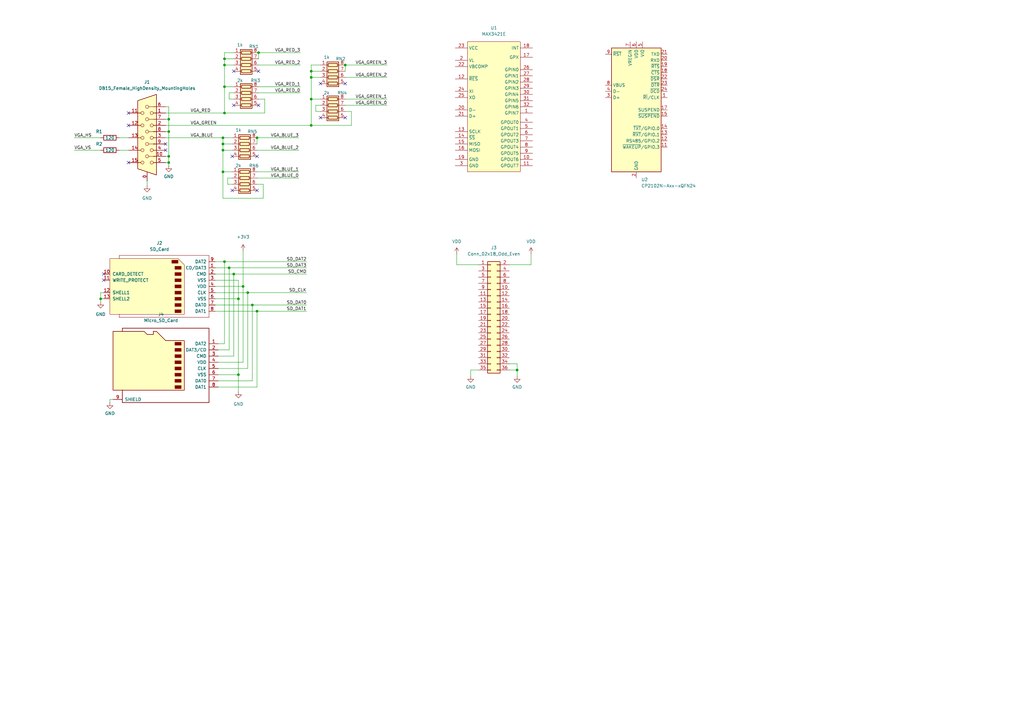
<source format=kicad_sch>
(kicad_sch (version 20211123) (generator eeschema)
  (paper "A3")
  (title_block (title "Trion T20F256 Super6502 Shield"))
  (lib_symbols
    (symbol "Connector:DB15_Female_HighDensity_MountingHoles" (pin_names (offset 1.016) hide)
      (property "Reference" "J" (at 0 21.59 0))
      (property "Value" "DB15_Female_HighDensity_MountingHoles" (at 0 19.05 0))
      (symbol "DB15_Female_HighDensity_MountingHoles_0_1"
        (circle (center -1.905 -10.16) (radius 0.635))
        (circle (center -1.905 -5.08) (radius 0.635))
        (circle (center -1.905 0) (radius 0.635))
        (circle (center -1.905 5.08) (radius 0.635))
        (circle (center -1.905 10.16) (radius 0.635))
        (circle (center 0 -7.62) (radius 0.635))
        (circle (center 0 -2.54) (radius 0.635))
        (polyline (pts (xy -3.175 7.62) (xy -0.635 7.62)))
        (polyline (pts (xy -0.635 -7.62) (xy -3.175 -7.62)))
        (polyline (pts (xy -0.635 -2.54) (xy -3.175 -2.54)))
        (polyline (pts (xy -0.635 2.54) (xy -3.175 2.54)))
        (polyline (pts (xy -0.635 12.7) (xy -3.175 12.7)))
        (polyline (pts (xy -3.81 17.78) (xy -3.81 -15.24) (xy 3.81 -12.7) (xy 3.81 15.24) (xy -3.81 17.78)) (stroke (width 0.254)) (fill (type background)))
        (circle (center 0 2.54) (radius 0.635))
        (circle (center 0 7.62) (radius 0.635))
        (circle (center 0 12.7) (radius 0.635))
        (circle (center 1.905 -10.16) (radius 0.635))
        (circle (center 1.905 -5.08) (radius 0.635))
        (circle (center 1.905 0) (radius 0.635))
        (circle (center 1.905 5.08) (radius 0.635))
        (circle (center 1.905 10.16) (radius 0.635))
      )
      (symbol "DB15_Female_HighDensity_MountingHoles_1_1"
        (pin passive line (at 0 -17.78 90) (length 3.81) (name "~") (number "0"))
        (pin passive line (at -7.62 10.16 0) (length 5.08) (name "~") (number "1"))
        (pin passive line (at -7.62 -7.62 0) (length 5.08) (name "~") (number "10"))
        (pin passive line (at 7.62 10.16 180) (length 5.08) (name "~") (number "11"))
        (pin passive line (at 7.62 5.08 180) (length 5.08) (name "~") (number "12"))
        (pin passive line (at 7.62 0 180) (length 5.08) (name "~") (number "13"))
        (pin passive line (at 7.62 -5.08 180) (length 5.08) (name "~") (number "14"))
        (pin passive line (at 7.62 -10.16 180) (length 5.08) (name "~") (number "15"))
        (pin passive line (at -7.62 5.08 0) (length 5.08) (name "~") (number "2"))
        (pin passive line (at -7.62 0 0) (length 5.08) (name "~") (number "3"))
        (pin passive line (at -7.62 -5.08 0) (length 5.08) (name "~") (number "4"))
        (pin passive line (at -7.62 -10.16 0) (length 5.08) (name "~") (number "5"))
        (pin passive line (at -7.62 12.7 0) (length 5.08) (name "~") (number "6"))
        (pin passive line (at -7.62 7.62 0) (length 5.08) (name "~") (number "7"))
        (pin passive line (at -7.62 2.54 0) (length 5.08) (name "~") (number "8"))
        (pin passive line (at -7.62 -2.54 0) (length 5.08) (name "~") (number "9"))
      )
    )
    (symbol "Connector:Micro_SD_Card" (pin_names (offset 1.016))
      (property "Reference" "J" (at -16.51 15.24 0))
      (property "Value" "Micro_SD_Card" (at 16.51 15.24 0))
      (symbol "Micro_SD_Card_0_1"
        (rectangle (start -7.62 -9.525) (end -5.08 -10.795) (fill (type outline)))
        (rectangle (start -7.62 -6.985) (end -5.08 -8.255) (fill (type outline)))
        (rectangle (start -7.62 -4.445) (end -5.08 -5.715) (fill (type outline)))
        (rectangle (start -7.62 -1.905) (end -5.08 -3.175) (fill (type outline)))
        (rectangle (start -7.62 0.635) (end -5.08 -0.635) (fill (type outline)))
        (rectangle (start -7.62 3.175) (end -5.08 1.905) (fill (type outline)))
        (rectangle (start -7.62 5.715) (end -5.08 4.445) (fill (type outline)))
        (rectangle (start -7.62 8.255) (end -5.08 6.985) (fill (type outline)))
        (polyline (pts (xy 16.51 12.7) (xy 16.51 13.97) (xy -19.05 13.97) (xy -19.05 -16.51) (xy 16.51 -16.51) (xy 16.51 -11.43)) (stroke (width 0.254)))
        (polyline (pts (xy -8.89 -11.43) (xy -8.89 8.89) (xy -1.27 8.89) (xy 2.54 12.7) (xy 3.81 12.7) (xy 3.81 11.43) (xy 6.35 11.43) (xy 7.62 12.7) (xy 20.32 12.7) (xy 20.32 -11.43) (xy -8.89 -11.43)) (stroke (width 0.254)) (fill (type background)))
      )
      (symbol "Micro_SD_Card_1_1"
        (pin bidirectional line (at -22.86 7.62 0) (length 3.81) (name "DAT2") (number "1"))
        (pin bidirectional line (at -22.86 5.08 0) (length 3.81) (name "DAT3/CD") (number "2"))
        (pin input line (at -22.86 2.54 0) (length 3.81) (name "CMD") (number "3"))
        (pin power_in line (at -22.86 0 0) (length 3.81) (name "VDD") (number "4"))
        (pin input line (at -22.86 -2.54 0) (length 3.81) (name "CLK") (number "5"))
        (pin power_in line (at -22.86 -5.08 0) (length 3.81) (name "VSS") (number "6"))
        (pin bidirectional line (at -22.86 -7.62 0) (length 3.81) (name "DAT0") (number "7"))
        (pin bidirectional line (at -22.86 -10.16 0) (length 3.81) (name "DAT1") (number "8"))
        (pin passive line (at 20.32 -15.24 180) (length 3.81) (name "SHIELD") (number "9"))
      )
    )
    (symbol "Connector:SD_Card" (pin_names (offset 1.016))
      (property "Reference" "J" (at -16.51 13.97 0))
      (property "Value" "SD_Card" (at 15.24 -13.97 0))
      (symbol "SD_Card_0_1"
        (rectangle (start -8.89 -9.525) (end -6.35 -10.795) (fill (type outline)))
        (rectangle (start -8.89 -6.985) (end -6.35 -8.255) (fill (type outline)))
        (rectangle (start -8.89 -4.445) (end -6.35 -5.715) (fill (type outline)))
        (rectangle (start -8.89 -1.905) (end -6.35 -3.175) (fill (type outline)))
        (rectangle (start -8.89 0.635) (end -6.35 -0.635) (fill (type outline)))
        (rectangle (start -8.89 3.175) (end -6.35 1.905) (fill (type outline)))
        (rectangle (start -8.89 5.715) (end -6.35 4.445) (fill (type outline)))
        (rectangle (start -8.89 8.255) (end -6.35 6.985) (fill (type outline)))
        (rectangle (start -7.62 10.795) (end -5.08 9.525) (fill (type outline)))
        (polyline (pts (xy -10.16 8.89) (xy -7.62 11.43) (xy 20.32 11.43) (xy 20.32 -11.43) (xy -10.16 -11.43) (xy -10.16 8.89)) (fill (type background)))
        (polyline (pts (xy 16.51 11.43) (xy 16.51 12.7) (xy -20.32 12.7) (xy -20.32 -12.7) (xy 16.51 -12.7) (xy 16.51 -11.43)))
      )
      (symbol "SD_Card_1_1"
        (pin input line (at -22.86 7.62 0) (length 2.54) (name "CD/DAT3") (number "1"))
        (pin input line (at 22.86 5.08 180) (length 2.54) (name "CARD_DETECT") (number "10"))
        (pin input line (at 22.86 2.54 180) (length 2.54) (name "WRITE_PROTECT") (number "11"))
        (pin input line (at 22.86 -2.54 180) (length 2.54) (name "SHELL1") (number "12"))
        (pin input line (at 22.86 -5.08 180) (length 2.54) (name "SHELL2") (number "13"))
        (pin input line (at -22.86 5.08 0) (length 2.54) (name "CMD") (number "2"))
        (pin power_in line (at -22.86 2.54 0) (length 2.54) (name "VSS") (number "3"))
        (pin power_in line (at -22.86 0 0) (length 2.54) (name "VDD") (number "4"))
        (pin input line (at -22.86 -2.54 0) (length 2.54) (name "CLK") (number "5"))
        (pin power_in line (at -22.86 -5.08 0) (length 2.54) (name "VSS") (number "6"))
        (pin input line (at -22.86 -7.62 0) (length 2.54) (name "DAT0") (number "7"))
        (pin input line (at -22.86 -10.16 0) (length 2.54) (name "DAT1") (number "8"))
        (pin input line (at -22.86 10.16 0) (length 2.54) (name "DAT2") (number "9"))
      )
    )
    (symbol "Connector_Generic:Conn_02x18_Odd_Even" (pin_names (offset 1.016) hide)
      (property "Reference" "J" (at 1.27 22.86 0))
      (property "Value" "Conn_02x18_Odd_Even" (at 1.27 -25.4 0))
      (symbol "Conn_02x18_Odd_Even_1_1"
        (rectangle (start -1.27 -22.733) (end 0 -22.987) (stroke (width 0.1524)))
        (rectangle (start -1.27 -20.193) (end 0 -20.447) (stroke (width 0.1524)))
        (rectangle (start -1.27 -17.653) (end 0 -17.907) (stroke (width 0.1524)))
        (rectangle (start -1.27 -15.113) (end 0 -15.367) (stroke (width 0.1524)))
        (rectangle (start -1.27 -12.573) (end 0 -12.827) (stroke (width 0.1524)))
        (rectangle (start -1.27 -10.033) (end 0 -10.287) (stroke (width 0.1524)))
        (rectangle (start -1.27 -7.493) (end 0 -7.747) (stroke (width 0.1524)))
        (rectangle (start -1.27 -4.953) (end 0 -5.207) (stroke (width 0.1524)))
        (rectangle (start -1.27 -2.413) (end 0 -2.667) (stroke (width 0.1524)))
        (rectangle (start -1.27 0.127) (end 0 -0.127) (stroke (width 0.1524)))
        (rectangle (start -1.27 2.667) (end 0 2.413) (stroke (width 0.1524)))
        (rectangle (start -1.27 5.207) (end 0 4.953) (stroke (width 0.1524)))
        (rectangle (start -1.27 7.747) (end 0 7.493) (stroke (width 0.1524)))
        (rectangle (start -1.27 10.287) (end 0 10.033) (stroke (width 0.1524)))
        (rectangle (start -1.27 12.827) (end 0 12.573) (stroke (width 0.1524)))
        (rectangle (start -1.27 15.367) (end 0 15.113) (stroke (width 0.1524)))
        (rectangle (start -1.27 17.907) (end 0 17.653) (stroke (width 0.1524)))
        (rectangle (start -1.27 20.447) (end 0 20.193) (stroke (width 0.1524)))
        (rectangle (start -1.27 21.59) (end 3.81 -24.13) (stroke (width 0.254)) (fill (type background)))
        (rectangle (start 3.81 -22.733) (end 2.54 -22.987) (stroke (width 0.1524)))
        (rectangle (start 3.81 -20.193) (end 2.54 -20.447) (stroke (width 0.1524)))
        (rectangle (start 3.81 -17.653) (end 2.54 -17.907) (stroke (width 0.1524)))
        (rectangle (start 3.81 -15.113) (end 2.54 -15.367) (stroke (width 0.1524)))
        (rectangle (start 3.81 -12.573) (end 2.54 -12.827) (stroke (width 0.1524)))
        (rectangle (start 3.81 -10.033) (end 2.54 -10.287) (stroke (width 0.1524)))
        (rectangle (start 3.81 -7.493) (end 2.54 -7.747) (stroke (width 0.1524)))
        (rectangle (start 3.81 -4.953) (end 2.54 -5.207) (stroke (width 0.1524)))
        (rectangle (start 3.81 -2.413) (end 2.54 -2.667) (stroke (width 0.1524)))
        (rectangle (start 3.81 0.127) (end 2.54 -0.127) (stroke (width 0.1524)))
        (rectangle (start 3.81 2.667) (end 2.54 2.413) (stroke (width 0.1524)))
        (rectangle (start 3.81 5.207) (end 2.54 4.953) (stroke (width 0.1524)))
        (rectangle (start 3.81 7.747) (end 2.54 7.493) (stroke (width 0.1524)))
        (rectangle (start 3.81 10.287) (end 2.54 10.033) (stroke (width 0.1524)))
        (rectangle (start 3.81 12.827) (end 2.54 12.573) (stroke (width 0.1524)))
        (rectangle (start 3.81 15.367) (end 2.54 15.113) (stroke (width 0.1524)))
        (rectangle (start 3.81 17.907) (end 2.54 17.653) (stroke (width 0.1524)))
        (rectangle (start 3.81 20.447) (end 2.54 20.193) (stroke (width 0.1524)))
        (pin passive line (at -5.08 20.32 0) (length 3.81) (name "Pin_1") (number "1"))
        (pin passive line (at 7.62 10.16 180) (length 3.81) (name "Pin_10") (number "10"))
        (pin passive line (at -5.08 7.62 0) (length 3.81) (name "Pin_11") (number "11"))
        (pin passive line (at 7.62 7.62 180) (length 3.81) (name "Pin_12") (number "12"))
        (pin passive line (at -5.08 5.08 0) (length 3.81) (name "Pin_13") (number "13"))
        (pin passive line (at 7.62 5.08 180) (length 3.81) (name "Pin_14") (number "14"))
        (pin passive line (at -5.08 2.54 0) (length 3.81) (name "Pin_15") (number "15"))
        (pin passive line (at 7.62 2.54 180) (length 3.81) (name "Pin_16") (number "16"))
        (pin passive line (at -5.08 0 0) (length 3.81) (name "Pin_17") (number "17"))
        (pin passive line (at 7.62 0 180) (length 3.81) (name "Pin_18") (number "18"))
        (pin passive line (at -5.08 -2.54 0) (length 3.81) (name "Pin_19") (number "19"))
        (pin passive line (at 7.62 20.32 180) (length 3.81) (name "Pin_2") (number "2"))
        (pin passive line (at 7.62 -2.54 180) (length 3.81) (name "Pin_20") (number "20"))
        (pin passive line (at -5.08 -5.08 0) (length 3.81) (name "Pin_21") (number "21"))
        (pin passive line (at 7.62 -5.08 180) (length 3.81) (name "Pin_22") (number "22"))
        (pin passive line (at -5.08 -7.62 0) (length 3.81) (name "Pin_23") (number "23"))
        (pin passive line (at 7.62 -7.62 180) (length 3.81) (name "Pin_24") (number "24"))
        (pin passive line (at -5.08 -10.16 0) (length 3.81) (name "Pin_25") (number "25"))
        (pin passive line (at 7.62 -10.16 180) (length 3.81) (name "Pin_26") (number "26"))
        (pin passive line (at -5.08 -12.7 0) (length 3.81) (name "Pin_27") (number "27"))
        (pin passive line (at 7.62 -12.7 180) (length 3.81) (name "Pin_28") (number "28"))
        (pin passive line (at -5.08 -15.24 0) (length 3.81) (name "Pin_29") (number "29"))
        (pin passive line (at -5.08 17.78 0) (length 3.81) (name "Pin_3") (number "3"))
        (pin passive line (at 7.62 -15.24 180) (length 3.81) (name "Pin_30") (number "30"))
        (pin passive line (at -5.08 -17.78 0) (length 3.81) (name "Pin_31") (number "31"))
        (pin passive line (at 7.62 -17.78 180) (length 3.81) (name "Pin_32") (number "32"))
        (pin passive line (at -5.08 -20.32 0) (length 3.81) (name "Pin_33") (number "33"))
        (pin passive line (at 7.62 -20.32 180) (length 3.81) (name "Pin_34") (number "34"))
        (pin passive line (at -5.08 -22.86 0) (length 3.81) (name "Pin_35") (number "35"))
        (pin passive line (at 7.62 -22.86 180) (length 3.81) (name "Pin_36") (number "36"))
        (pin passive line (at 7.62 17.78 180) (length 3.81) (name "Pin_4") (number "4"))
        (pin passive line (at -5.08 15.24 0) (length 3.81) (name "Pin_5") (number "5"))
        (pin passive line (at 7.62 15.24 180) (length 3.81) (name "Pin_6") (number "6"))
        (pin passive line (at -5.08 12.7 0) (length 3.81) (name "Pin_7") (number "7"))
        (pin passive line (at 7.62 12.7 180) (length 3.81) (name "Pin_8") (number "8"))
        (pin passive line (at -5.08 10.16 0) (length 3.81) (name "Pin_9") (number "9"))
      )
    )
    (symbol "Device:R" (pin_numbers hide) (pin_names (offset 0))
      (property "Reference" "R" (at 2.032 0 90))
      (property "Value" "R" (at 0 0 90))
      (symbol "R_0_1"
        (rectangle (start -1.016 -2.54) (end 1.016 2.54) (stroke (width 0.254)))
      )
      (symbol "R_1_1"
        (pin passive line (at 0 3.81 270) (length 1.27) (name "~") (number "1"))
        (pin passive line (at 0 -3.81 90) (length 1.27) (name "~") (number "2"))
      )
    )
    (symbol "Device:R_Pack04" (pin_names (offset 0) hide)
      (property "Reference" "RN" (at -7.62 0 90))
      (property "Value" "R_Pack04" (at 5.08 0 90))
      (symbol "R_Pack04_0_1"
        (rectangle (start -6.35 -2.413) (end 3.81 2.413) (stroke (width 0.254)) (fill (type background)))
        (rectangle (start -5.715 1.905) (end -4.445 -1.905) (stroke (width 0.254)))
        (rectangle (start -3.175 1.905) (end -1.905 -1.905) (stroke (width 0.254)))
        (rectangle (start -0.635 1.905) (end 0.635 -1.905) (stroke (width 0.254)))
        (polyline (pts (xy -5.08 -2.54) (xy -5.08 -1.905)))
        (polyline (pts (xy -5.08 1.905) (xy -5.08 2.54)))
        (polyline (pts (xy -2.54 -2.54) (xy -2.54 -1.905)))
        (polyline (pts (xy -2.54 1.905) (xy -2.54 2.54)))
        (polyline (pts (xy 0 -2.54) (xy 0 -1.905)))
        (polyline (pts (xy 0 1.905) (xy 0 2.54)))
        (polyline (pts (xy 2.54 -2.54) (xy 2.54 -1.905)))
        (polyline (pts (xy 2.54 1.905) (xy 2.54 2.54)))
        (rectangle (start 1.905 1.905) (end 3.175 -1.905) (stroke (width 0.254)))
      )
      (symbol "R_Pack04_1_1"
        (pin passive line (at -5.08 -5.08 90) (length 2.54) (name "R1.1") (number "1"))
        (pin passive line (at -2.54 -5.08 90) (length 2.54) (name "R2.1") (number "2"))
        (pin passive line (at 0 -5.08 90) (length 2.54) (name "R3.1") (number "3"))
        (pin passive line (at 2.54 -5.08 90) (length 2.54) (name "R4.1") (number "4"))
        (pin passive line (at 2.54 5.08 270) (length 2.54) (name "R4.2") (number "5"))
        (pin passive line (at 0 5.08 270) (length 2.54) (name "R3.2") (number "6"))
        (pin passive line (at -2.54 5.08 270) (length 2.54) (name "R2.2") (number "7"))
        (pin passive line (at -5.08 5.08 270) (length 2.54) (name "R1.2") (number "8"))
      )
    )
    (symbol "IC:MAX3421E"
      (property "Reference" "U" (at -8.89 26.67 0))
      (property "Value" "MAX3421E" (at 6.35 26.67 0))
      (symbol "MAX3421E_0_1"
        (rectangle (start -10.16 25.4) (end 11.43 -27.94) (fill (type background)))
      )
      (symbol "MAX3421E_1_1"
        (pin input line (at 16.51 -3.81 180) (length 5.08) (name "GPIN7") (number "1"))
        (pin output line (at 16.51 -22.86 180) (length 5.08) (name "GPOUT6") (number "10"))
        (pin output line (at 16.51 -25.4 180) (length 5.08) (name "GPOUT7") (number "11"))
        (pin input line (at -15.24 10.16 0) (length 5.08) (name "~{RES}") (number "12"))
        (pin input line (at -15.24 -11.43 0) (length 5.08) (name "SCLK") (number "13"))
        (pin input line (at -15.24 -13.97 0) (length 5.08) (name "~{SS}") (number "14"))
        (pin output line (at -15.24 -16.51 0) (length 5.08) (name "MISO") (number "15"))
        (pin input line (at -15.24 -19.05 0) (length 5.08) (name "MOSI") (number "16"))
        (pin output line (at 16.51 19.05 180) (length 5.08) (name "GPX") (number "17"))
        (pin output line (at 16.51 22.86 180) (length 5.08) (name "INT") (number "18"))
        (pin input line (at -15.24 -22.86 0) (length 5.08) (name "GND") (number "19"))
        (pin input line (at -15.24 17.78 0) (length 5.08) (name "VL") (number "2"))
        (pin bidirectional line (at -15.24 -2.54 0) (length 5.08) (name "D-") (number "20"))
        (pin bidirectional line (at -15.24 -5.08 0) (length 5.08) (name "D+") (number "21"))
        (pin input line (at -15.24 15.24 0) (length 5.08) (name "VBCOMP") (number "22"))
        (pin power_in line (at -15.24 22.86 0) (length 5.08) (name "VCC") (number "23"))
        (pin input line (at -15.24 5.08 0) (length 5.08) (name "XI") (number "24"))
        (pin output line (at -15.24 2.54 0) (length 5.08) (name "XO") (number "25"))
        (pin input line (at 16.51 13.97 180) (length 5.08) (name "GPIN0") (number "26"))
        (pin input line (at 16.51 11.43 180) (length 5.08) (name "GPIN1") (number "27"))
        (pin input line (at 16.51 8.89 180) (length 5.08) (name "GPIN2") (number "28"))
        (pin input line (at 16.51 6.35 180) (length 5.08) (name "GPIN3") (number "29"))
        (pin input line (at -15.24 -25.4 0) (length 5.08) (name "GND") (number "3"))
        (pin input line (at 16.51 3.81 180) (length 5.08) (name "GPIN4") (number "30"))
        (pin input line (at 16.51 1.27 180) (length 5.08) (name "GPIN5") (number "31"))
        (pin input line (at 16.51 -1.27 180) (length 5.08) (name "GPIN6") (number "32"))
        (pin output line (at 16.51 -7.62 180) (length 5.08) (name "GPOUT0") (number "4"))
        (pin output line (at 16.51 -10.16 180) (length 5.08) (name "GPOUT1") (number "5"))
        (pin output line (at 16.51 -12.7 180) (length 5.08) (name "GPOUT2") (number "6"))
        (pin output line (at 16.51 -15.24 180) (length 5.08) (name "GPOUT3") (number "7"))
        (pin output line (at 16.51 -17.78 180) (length 5.08) (name "GPOUT4") (number "8"))
        (pin output line (at 16.51 -20.32 180) (length 5.08) (name "GPOUT5") (number "9"))
      )
    )
    (symbol "Interface_USB:CP2102N-Axx-xQFN24"
      (property "Reference" "U" (at -8.89 26.67 0))
      (property "Value" "CP2102N-Axx-xQFN24" (at 13.97 26.67 0))
      (symbol "CP2102N-Axx-xQFN24_0_1"
        (rectangle (start -10.16 25.4) (end 10.16 -25.4) (stroke (width 0.254)) (fill (type background)))
      )
      (symbol "CP2102N-Axx-xQFN24_1_1"
        (pin bidirectional line (at 12.7 5.08 180) (length 2.54) (name "~{RI}/CLK") (number "1"))
        (pin no_connect line (at -10.16 -22.86 0) (length 2.54) hide (name "NC") (number "10"))
        (pin bidirectional line (at 12.7 -15.24 180) (length 2.54) (name "~{WAKEUP}/GPIO.3") (number "11"))
        (pin bidirectional line (at 12.7 -12.7 180) (length 2.54) (name "RS485/GPIO.2") (number "12"))
        (pin bidirectional line (at 12.7 -10.16 180) (length 2.54) (name "~{RXT}/GPIO.1") (number "13"))
        (pin bidirectional line (at 12.7 -7.62 180) (length 2.54) (name "~{TXT}/GPIO.0") (number "14"))
        (pin output line (at 12.7 -2.54 180) (length 2.54) (name "~{SUSPEND}") (number "15"))
        (pin no_connect line (at 10.16 -22.86 180) (length 2.54) hide (name "NC") (number "16"))
        (pin output line (at 12.7 0 180) (length 2.54) (name "SUSPEND") (number "17"))
        (pin input line (at 12.7 15.24 180) (length 2.54) (name "~{CTS}") (number "18"))
        (pin output line (at 12.7 17.78 180) (length 2.54) (name "~{RTS}") (number "19"))
        (pin power_in line (at 0 -27.94 90) (length 2.54) (name "GND") (number "2"))
        (pin input line (at 12.7 20.32 180) (length 2.54) (name "RXD") (number "20"))
        (pin output line (at 12.7 22.86 180) (length 2.54) (name "TXD") (number "21"))
        (pin input line (at 12.7 12.7 180) (length 2.54) (name "~{DSR}") (number "22"))
        (pin output line (at 12.7 10.16 180) (length 2.54) (name "~{DTR}") (number "23"))
        (pin input line (at 12.7 7.62 180) (length 2.54) (name "~{DCD}") (number "24"))
        (pin passive line (at 0 -27.94 90) (length 2.54) hide (name "GND") (number "25"))
        (pin bidirectional line (at -12.7 5.08 0) (length 2.54) (name "D+") (number "3"))
        (pin bidirectional line (at -12.7 7.62 0) (length 2.54) (name "D-") (number "4"))
        (pin power_in line (at 2.54 27.94 270) (length 2.54) (name "VIO") (number "5"))
        (pin power_in line (at 0 27.94 270) (length 2.54) (name "VDD") (number "6"))
        (pin power_in line (at -2.54 27.94 270) (length 2.54) (name "VREGIN") (number "7"))
        (pin input line (at -12.7 10.16 0) (length 2.54) (name "VBUS") (number "8"))
        (pin input line (at -12.7 22.86 0) (length 2.54) (name "~{RST}") (number "9"))
      )
    )
    (symbol "power:+3V3" (power) (pin_names (offset 0))
      (property "Value" "+3V3" (at 0 3.556 0))
      (symbol "+3V3_0_1"
        (polyline (pts (xy -0.762 1.27) (xy 0 2.54)))
        (polyline (pts (xy 0 0) (xy 0 2.54)))
        (polyline (pts (xy 0 2.54) (xy 0.762 1.27)))
      )
      (symbol "+3V3_1_1"
        (pin power_in line (at 0 0 90) (length 0) hide (name "+3V3") (number "1"))
      )
    )
    (symbol "power:GND" (power) (pin_names (offset 0))
      (property "Value" "GND" (at 0 -3.81 0))
      (symbol "GND_0_1"
        (polyline (pts (xy 0 0) (xy 0 -1.27) (xy 1.27 -1.27) (xy 0 -2.54) (xy -1.27 -1.27) (xy 0 -1.27)))
      )
      (symbol "GND_1_1"
        (pin power_in line (at 0 0 270) (length 0) hide (name "GND") (number "1"))
      )
    )
    (symbol "power:VDD" (power) (pin_names (offset 0))
      (property "Value" "VDD" (at 0 3.81 0))
      (symbol "VDD_0_1"
        (polyline (pts (xy -0.762 1.27) (xy 0 2.54)))
        (polyline (pts (xy 0 0) (xy 0 2.54)))
        (polyline (pts (xy 0 2.54) (xy 0.762 1.27)))
      )
      (symbol "VDD_1_1"
        (pin power_in line (at 0 0 90) (length 0) hide (name "VDD") (number "1"))
      )
    )
  )
  (junction (at 92.075 24.13))
  (junction (at 41.275 122.555))
  (junction (at 93.98 109.855))
  (junction (at 212.09 151.765))
  (junction (at 127.635 51.435))
  (junction (at 97.79 153.67))
  (junction (at 103.505 125.095))
  (junction (at 127.635 31.75))
  (junction (at 99.695 117.475))
  (junction (at 95.885 112.395))
  (junction (at 69.215 53.975))
  (junction (at 91.44 59.055))
  (junction (at 91.44 70.485))
  (junction (at 106.045 21.59))
  (junction (at 141.605 26.67))
  (junction (at 92.075 107.315))
  (junction (at 127.635 29.21))
  (junction (at 92.075 46.355))
  (junction (at 105.41 127.635))
  (junction (at 92.075 26.67))
  (junction (at 91.44 56.515))
  (junction (at 105.41 56.515))
  (junction (at 92.075 35.56))
  (junction (at 101.6 120.015))
  (junction (at 69.215 48.895))
  (junction (at 69.215 64.135))
  (junction (at 97.79 122.555))
  (junction (at 91.44 61.595))
  (junction (at 69.215 66.675))
  (junction (at 127.635 40.64))
  (no_connect (at 141.605 48.26))
  (no_connect (at 105.41 64.135))
  (no_connect (at 95.885 29.21))
  (no_connect (at 67.945 59.055))
  (no_connect (at 131.445 34.29))
  (no_connect (at 95.25 64.135))
  (no_connect (at 105.41 78.105))
  (no_connect (at 42.545 112.395))
  (no_connect (at 131.445 48.26))
  (no_connect (at 95.885 43.18))
  (no_connect (at 42.545 114.935))
  (no_connect (at 52.705 66.675))
  (no_connect (at 106.045 29.21))
  (no_connect (at 67.945 61.595))
  (no_connect (at 52.705 51.435))
  (no_connect (at 106.045 43.18))
  (no_connect (at 141.605 34.29))
  (no_connect (at 52.705 46.355))
  (no_connect (at 95.25 78.105))
  (wire (pts (xy 107.95 75.565) (xy 107.95 81.28)))
  (wire (pts (xy 92.075 24.13) (xy 92.075 21.59)))
  (wire (pts (xy 41.275 120.015) (xy 42.545 120.015)))
  (wire (pts (xy 88.265 125.095) (xy 103.505 125.095)))
  (wire (pts (xy 67.945 53.975) (xy 69.215 53.975)))
  (wire (pts (xy 208.915 149.225) (xy 212.09 149.225)))
  (wire (pts (xy 92.075 26.67) (xy 92.075 24.13)))
  (wire (pts (xy 212.09 149.225) (xy 212.09 151.765)))
  (wire (pts (xy 127.635 40.64) (xy 127.635 31.75)))
  (wire (pts (xy 92.075 35.56) (xy 92.075 26.67)))
  (wire (pts (xy 95.885 112.395) (xy 95.885 146.05)))
  (wire (pts (xy 48.895 61.595) (xy 52.705 61.595)))
  (wire (pts (xy 129.54 45.72) (xy 131.445 45.72)))
  (wire (pts (xy 92.075 107.315) (xy 88.265 107.315)))
  (wire (pts (xy 103.505 125.095) (xy 103.505 156.21)))
  (wire (pts (xy 30.48 61.595) (xy 41.275 61.595)))
  (wire (pts (xy 67.945 64.135) (xy 69.215 64.135)))
  (wire (pts (xy 95.885 146.05) (xy 89.535 146.05)))
  (wire (pts (xy 144.145 51.435) (xy 127.635 51.435)))
  (wire (pts (xy 99.695 117.475) (xy 99.695 148.59)))
  (wire (pts (xy 106.045 35.56) (xy 123.19 35.56)))
  (wire (pts (xy 99.695 148.59) (xy 89.535 148.59)))
  (wire (pts (xy 67.945 51.435) (xy 127.635 51.435)))
  (wire (pts (xy 88.265 109.855) (xy 93.98 109.855)))
  (wire (pts (xy 141.605 40.64) (xy 158.75 40.64)))
  (wire (pts (xy 193.04 154.305) (xy 193.04 151.765)))
  (wire (pts (xy 41.275 122.555) (xy 41.275 120.015)))
  (wire (pts (xy 106.045 40.64) (xy 108.585 40.64)))
  (wire (pts (xy 127.635 31.75) (xy 127.635 29.21)))
  (wire (pts (xy 108.585 40.64) (xy 108.585 46.355)))
  (wire (pts (xy 30.48 56.515) (xy 41.275 56.515)))
  (wire (pts (xy 217.805 108.585) (xy 208.915 108.585)))
  (wire (pts (xy 69.215 66.675) (xy 67.945 66.675)))
  (wire (pts (xy 106.045 21.59) (xy 123.19 21.59)))
  (wire (pts (xy 127.635 51.435) (xy 127.635 40.64)))
  (wire (pts (xy 91.44 70.485) (xy 95.25 70.485)))
  (wire (pts (xy 105.41 70.485) (xy 122.555 70.485)))
  (wire (pts (xy 91.44 56.515) (xy 95.25 56.515)))
  (wire (pts (xy 105.41 158.75) (xy 89.535 158.75)))
  (wire (pts (xy 69.215 53.975) (xy 69.215 64.135)))
  (wire (pts (xy 106.045 21.59) (xy 106.045 24.13)))
  (wire (pts (xy 67.945 46.355) (xy 92.075 46.355)))
  (wire (pts (xy 127.635 40.64) (xy 131.445 40.64)))
  (wire (pts (xy 99.695 102.87) (xy 99.695 117.475)))
  (wire (pts (xy 93.98 109.855) (xy 125.73 109.855)))
  (wire (pts (xy 93.345 73.025) (xy 93.345 75.565)))
  (wire (pts (xy 107.95 81.28) (xy 91.44 81.28)))
  (wire (pts (xy 101.6 120.015) (xy 125.73 120.015)))
  (wire (pts (xy 101.6 120.015) (xy 101.6 151.13)))
  (wire (pts (xy 48.895 56.515) (xy 52.705 56.515)))
  (wire (pts (xy 105.41 61.595) (xy 122.555 61.595)))
  (wire (pts (xy 92.075 35.56) (xy 95.885 35.56)))
  (wire (pts (xy 91.44 59.055) (xy 95.25 59.055)))
  (wire (pts (xy 141.605 31.75) (xy 158.75 31.75)))
  (wire (pts (xy 101.6 151.13) (xy 89.535 151.13)))
  (wire (pts (xy 92.075 26.67) (xy 95.885 26.67)))
  (wire (pts (xy 144.145 45.72) (xy 144.145 51.435)))
  (wire (pts (xy 187.325 108.585) (xy 196.215 108.585)))
  (wire (pts (xy 69.215 43.815) (xy 69.215 48.895)))
  (wire (pts (xy 105.41 56.515) (xy 105.41 59.055)))
  (wire (pts (xy 69.215 48.895) (xy 69.215 53.975)))
  (wire (pts (xy 45.085 165.1) (xy 45.085 163.83)))
  (wire (pts (xy 95.25 73.025) (xy 93.345 73.025)))
  (wire (pts (xy 88.265 117.475) (xy 99.695 117.475)))
  (wire (pts (xy 141.605 26.67) (xy 158.75 26.67)))
  (wire (pts (xy 88.265 114.935) (xy 97.79 114.935)))
  (wire (pts (xy 91.44 59.055) (xy 91.44 61.595)))
  (wire (pts (xy 212.09 154.305) (xy 212.09 151.765)))
  (wire (pts (xy 89.535 143.51) (xy 93.98 143.51)))
  (wire (pts (xy 127.635 29.21) (xy 127.635 26.67)))
  (wire (pts (xy 105.41 75.565) (xy 107.95 75.565)))
  (wire (pts (xy 141.605 45.72) (xy 144.145 45.72)))
  (wire (pts (xy 91.44 61.595) (xy 95.25 61.595)))
  (wire (pts (xy 97.79 114.935) (xy 97.79 122.555)))
  (wire (pts (xy 129.54 43.18) (xy 129.54 45.72)))
  (wire (pts (xy 41.275 122.555) (xy 42.545 122.555)))
  (wire (pts (xy 92.075 140.97) (xy 92.075 107.315)))
  (wire (pts (xy 105.41 73.025) (xy 122.555 73.025)))
  (wire (pts (xy 93.98 40.64) (xy 95.885 40.64)))
  (wire (pts (xy 89.535 140.97) (xy 92.075 140.97)))
  (wire (pts (xy 60.325 74.295) (xy 60.325 76.2)))
  (wire (pts (xy 97.79 122.555) (xy 97.79 153.67)))
  (wire (pts (xy 93.98 38.1) (xy 93.98 40.64)))
  (wire (pts (xy 88.265 112.395) (xy 95.885 112.395)))
  (wire (pts (xy 97.79 153.67) (xy 89.535 153.67)))
  (wire (pts (xy 93.345 75.565) (xy 95.25 75.565)))
  (wire (pts (xy 92.075 24.13) (xy 95.885 24.13)))
  (wire (pts (xy 67.945 56.515) (xy 91.44 56.515)))
  (wire (pts (xy 108.585 46.355) (xy 92.075 46.355)))
  (wire (pts (xy 105.41 56.515) (xy 122.555 56.515)))
  (wire (pts (xy 88.265 127.635) (xy 105.41 127.635)))
  (wire (pts (xy 141.605 43.18) (xy 158.75 43.18)))
  (wire (pts (xy 127.635 31.75) (xy 131.445 31.75)))
  (wire (pts (xy 88.265 120.015) (xy 101.6 120.015)))
  (wire (pts (xy 106.045 26.67) (xy 123.19 26.67)))
  (wire (pts (xy 92.075 107.315) (xy 125.73 107.315)))
  (wire (pts (xy 67.945 43.815) (xy 69.215 43.815)))
  (wire (pts (xy 88.265 122.555) (xy 97.79 122.555)))
  (wire (pts (xy 141.605 26.67) (xy 141.605 29.21)))
  (wire (pts (xy 91.44 61.595) (xy 91.44 70.485)))
  (wire (pts (xy 95.885 38.1) (xy 93.98 38.1)))
  (wire (pts (xy 92.075 21.59) (xy 95.885 21.59)))
  (wire (pts (xy 105.41 127.635) (xy 105.41 158.75)))
  (wire (pts (xy 97.79 153.67) (xy 97.79 160.655)))
  (wire (pts (xy 212.09 151.765) (xy 208.915 151.765)))
  (wire (pts (xy 92.075 46.355) (xy 92.075 35.56)))
  (wire (pts (xy 67.945 48.895) (xy 69.215 48.895)))
  (wire (pts (xy 69.215 67.945) (xy 69.215 66.675)))
  (wire (pts (xy 91.44 56.515) (xy 91.44 59.055)))
  (wire (pts (xy 91.44 81.28) (xy 91.44 70.485)))
  (wire (pts (xy 45.085 163.83) (xy 46.355 163.83)))
  (wire (pts (xy 95.885 112.395) (xy 125.73 112.395)))
  (wire (pts (xy 193.04 151.765) (xy 196.215 151.765)))
  (wire (pts (xy 217.805 104.14) (xy 217.805 108.585)))
  (wire (pts (xy 93.98 143.51) (xy 93.98 109.855)))
  (wire (pts (xy 187.325 104.14) (xy 187.325 108.585)))
  (wire (pts (xy 105.41 127.635) (xy 125.73 127.635)))
  (wire (pts (xy 127.635 29.21) (xy 131.445 29.21)))
  (wire (pts (xy 127.635 26.67) (xy 131.445 26.67)))
  (wire (pts (xy 106.045 38.1) (xy 123.19 38.1)))
  (wire (pts (xy 41.275 123.825) (xy 41.275 122.555)))
  (wire (pts (xy 69.215 64.135) (xy 69.215 66.675)))
  (wire (pts (xy 103.505 156.21) (xy 89.535 156.21)))
  (wire (pts (xy 131.445 43.18) (xy 129.54 43.18)))
  (wire (pts (xy 103.505 125.095) (xy 125.73 125.095)))
  (label "VGA_GREEN_1" (at 158.75 40.64 180))
  (label "SD_DAT3" (at 125.73 109.855 180))
  (label "SD_CLK" (at 125.73 120.015 180))
  (label "VGA_BLUE_0" (at 122.555 73.025 180))
  (label "VGA_GREEN" (at 78.105 51.435 0))
  (label "VGA_GREEN_2" (at 158.75 31.75 180))
  (label "VGA_RED" (at 78.105 46.355 0))
  (label "SD_DAT2" (at 125.73 107.315 180))
  (label "VGA_RED_1" (at 123.19 35.56 180))
  (label "VGA_RED_2" (at 123.19 26.67 180))
  (label "VGA_BLUE_2" (at 122.555 61.595 180))
  (label "VGA_GREEN_0" (at 158.75 43.18 180))
  (label "SD_CMD" (at 125.73 112.395 180))
  (label "VGA_HS" (at 30.48 56.515 0))
  (label "SD_DAT1" (at 125.73 127.635 180))
  (label "VGA_BLUE_3" (at 122.555 56.515 180))
  (label "VGA_GREEN_3" (at 158.75 26.67 180))
  (label "SD_DAT0" (at 125.73 125.095 180))
  (label "VGA_BLUE_1" (at 122.555 70.485 180))
  (label "VGA_BLUE" (at 78.105 56.515 0))
  (label "VGA_VS" (at 30.48 61.595 0))
  (label "VGA_RED_3" (at 123.19 21.59 180))
  (label "VGA_RED_0" (at 123.19 38.1 180))
  (symbol (lib_id "Connector_Generic:Conn_02x18_Odd_Even") (at 201.295 128.905 0) (unit 1)
    (property "Reference" "J3" (at 202.565 101.6 0))
    (property "Value" "Conn_02x18_Odd_Even" (at 202.565 104.14 0))
    (property "Footprint" "Connector_PinSocket_2.54mm:PinSocket_2x18_P2.54mm_Vertical" (effects hide))
  )
  (symbol (lib_id "Connector:SD_Card") (at 65.405 117.475 0) (mirror y) (unit 1)
    (property "Reference" "J2" (at 65.405 99.695 0))
    (property "Value" "SD_Card" (at 65.405 102.235 0))
    (property "Datasheet" "http://portal.fciconnect.com/Comergent//fci/drawing/10067847.pdf" (effects hide))
  )
  (symbol (lib_id "power:VDD") (at 187.325 104.14 0) (unit 1)
    (property "Reference" "#PWR04" (effects hide))
    (property "Value" "VDD" (at 187.325 99.06 0))
  )
  (symbol (lib_id "Interface_USB:CP2102N-Axx-xQFN24") (at 260.985 45.085 0) (unit 1)
    (property "Reference" "U2" (at 263.0044 73.66 0) (effects (justify left)))
    (property "Value" "CP2102N-Axx-xQFN24" (at 263.0044 76.2 0) (effects (justify left)))
    (property "Footprint" "Package_DFN_QFN:QFN-24-1EP_4x4mm_P0.5mm_EP2.6x2.6mm" (effects hide))
    (property "Datasheet" "https://www.silabs.com/documents/public/data-sheets/cp2102n-datasheet.pdf" (effects hide))
  )
  (symbol (lib_id "power:GND") (at 45.085 165.1 0) (unit 1)
    (property "Reference" "#PWR010" (effects hide))
    (property "Value" "GND" (at 45.085 169.545 0))
  )
  (symbol (lib_id "power:GND") (at 60.325 76.2 0) (unit 1)
    (property "Reference" "#PWR02" (effects hide))
    (property "Value" "GND" (at 60.325 81.28 0))
  )
  (symbol (lib_id "power:VDD") (at 217.805 104.14 0) (mirror y) (unit 1)
    (property "Reference" "#PWR05" (effects hide))
    (property "Value" "VDD" (at 217.805 99.06 0))
  )
  (symbol (lib_id "Device:R_Pack04") (at 100.965 26.67 270) (unit 1)
    (property "Reference" "RN1" (at 104.14 19.05 90))
    (property "Value" "1k" (at 98.425 18.415 90))
    (property "Footprint" "Resistor_SMD:R_Array_Concave_4x0402" (effects hide))
  )
  (symbol (lib_id "IC:MAX3421E") (at 201.93 42.545 0) (unit 1)
    (property "Reference" "U1" (at 202.565 11.43 0))
    (property "Value" "MAX3421E" (at 202.565 13.97 0))
    (property "Footprint" "Package_QFP:LQFP-32_5x5mm_P0.5mm" (effects hide))
  )
  (symbol (lib_id "power:GND") (at 69.215 67.945 0) (unit 1)
    (property "Reference" "#PWR01" (effects hide))
    (property "Value" "GND" (at 69.215 72.39 0))
  )
  (symbol (lib_id "Connector:Micro_SD_Card") (at 66.675 148.59 0) (mirror y) (unit 1)
    (property "Reference" "J4" (at 66.04 128.905 0))
    (property "Value" "Micro_SD_Card" (at 66.04 131.445 0))
    (property "Datasheet" "http://katalog.we-online.de/em/datasheet/693072010801.pdf" (effects hide))
  )
  (symbol (lib_id "Device:R_Pack04") (at 100.965 40.64 270) (unit 1)
    (property "Reference" "RN3" (at 104.775 33.02 90))
    (property "Value" "2k" (at 98.425 33.02 90))
    (property "Footprint" "Resistor_SMD:R_Array_Concave_4x0402" (effects hide))
  )
  (symbol (lib_id "Device:R") (at 45.085 61.595 90) (unit 1)
    (property "Reference" "R2" (at 40.64 59.055 90))
    (property "Value" "120" (at 45.085 61.595 90))
    (property "Footprint" "Resistor_SMD:R_0603_1608Metric_Pad0.98x0.95mm_HandSolder" (effects hide))
  )
  (symbol (lib_id "Device:R") (at 45.085 56.515 90) (unit 1)
    (property "Reference" "R1" (at 40.64 53.975 90))
    (property "Value" "120" (at 45.085 56.515 90))
    (property "Footprint" "Resistor_SMD:R_0603_1608Metric_Pad0.98x0.95mm_HandSolder" (effects hide))
  )
  (symbol (lib_id "Device:R_Pack04") (at 100.33 75.565 270) (unit 1)
    (property "Reference" "RN6" (at 104.14 67.945 90))
    (property "Value" "2k" (at 97.79 67.945 90))
    (property "Footprint" "Resistor_SMD:R_Array_Concave_4x0402" (effects hide))
  )
  (symbol (lib_id "Device:R_Pack04") (at 136.525 31.75 270) (unit 1)
    (property "Reference" "RN2" (at 139.7 24.13 90))
    (property "Value" "1k" (at 133.985 23.495 90))
    (property "Footprint" "Resistor_SMD:R_Array_Concave_4x0402" (effects hide))
  )
  (symbol (lib_id "Connector:DB15_Female_HighDensity_MountingHoles") (at 60.325 56.515 0) (mirror y) (unit 1)
    (property "Reference" "J1" (at 60.325 33.655 0))
    (property "Value" "DB15_Female_HighDensity_MountingHoles" (at 60.325 36.195 0))
    (property "Footprint" "Connector_Dsub:DSUB-15-HD_Male_Horizontal_P2.29x1.98mm_EdgePinOffset3.03mm_Housed_MountingHolesOffset4.94mm" (effects hide))
    (property "Datasheet" " ~" (effects hide))
  )
  (symbol (lib_id "Device:R_Pack04") (at 100.33 61.595 270) (unit 1)
    (property "Reference" "RN5" (at 103.505 53.975 90))
    (property "Value" "1k" (at 97.79 53.34 90))
    (property "Footprint" "Resistor_SMD:R_Array_Concave_4x0402" (effects hide))
  )
  (symbol (lib_id "power:GND") (at 97.79 160.655 0) (unit 1)
    (property "Reference" "#PWR09" (effects hide))
    (property "Value" "GND" (at 97.79 165.735 0))
  )
  (symbol (lib_id "Device:R_Pack04") (at 136.525 45.72 270) (unit 1)
    (property "Reference" "RN4" (at 140.335 38.1 90))
    (property "Value" "2k" (at 133.985 38.1 90))
    (property "Footprint" "Resistor_SMD:R_Array_Concave_4x0402" (effects hide))
  )
  (symbol (lib_id "power:+3V3") (at 99.695 102.87 0) (unit 1)
    (property "Reference" "#PWR03" (effects hide))
    (property "Value" "+3V3" (at 99.695 97.155 0))
  )
  (symbol (lib_id "power:GND") (at 212.09 154.305 0) (mirror y) (unit 1)
    (property "Reference" "#PWR08" (effects hide))
    (property "Value" "GND" (at 212.09 158.75 0))
  )
  (symbol (lib_id "power:GND") (at 41.275 123.825 0) (unit 1)
    (property "Reference" "#PWR06" (effects hide))
    (property "Value" "GND" (at 41.275 128.905 0))
  )
  (symbol (lib_id "power:GND") (at 193.04 154.305 0) (unit 1)
    (property "Reference" "#PWR07" (effects hide))
    (property "Value" "GND" (at 193.04 158.75 0))
  )
)
</source>
